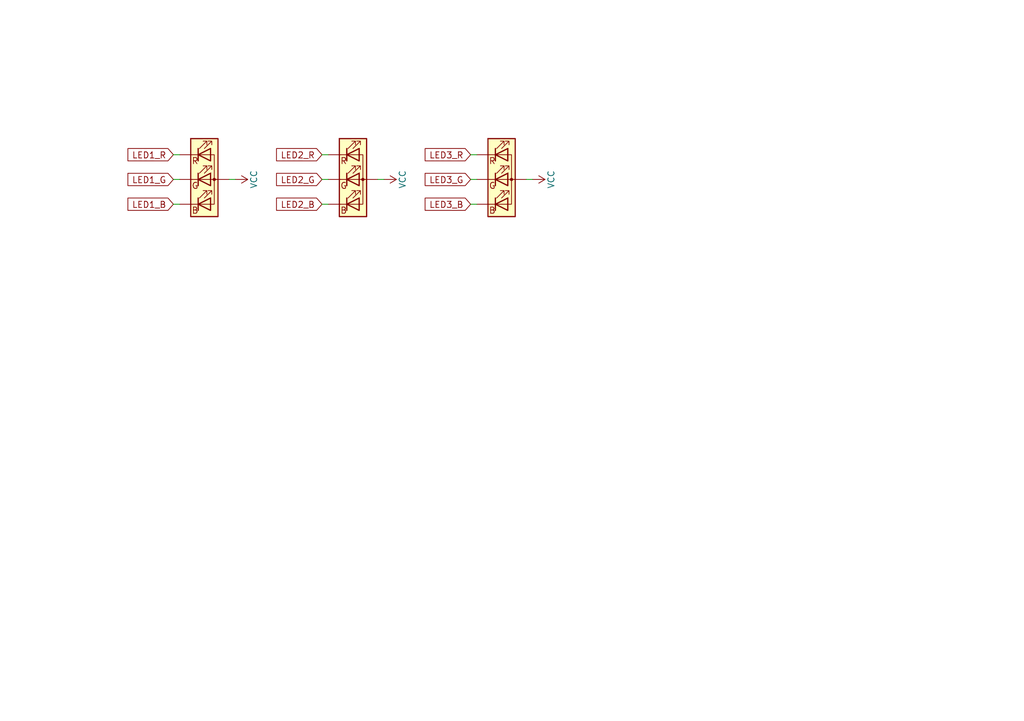
<source format=kicad_sch>
(kicad_sch (version 20211123) (generator eeschema)
  (paper "A5")
  (lib_symbols
    (symbol "Device:LED_RGBA" (pin_numbers hide) (pin_names (offset 0) hide)
      (property "Reference" "D" (at 0 9.398 0))
      (property "Value" "LED_RGBA" (at 0 -8.89 0))
      (symbol "LED_RGBA_0_0"
        (text "B" (at -1.905 -6.35 0) (effects (font (size 1.27 1.27))))
        (text "G" (at -1.905 -1.27 0) (effects (font (size 1.27 1.27))))
        (text "R" (at -1.905 3.81 0) (effects (font (size 1.27 1.27))))
      )
      (symbol "LED_RGBA_0_1"
        (polyline (pts (xy -1.27 -5.08) (xy -2.54 -5.08)))
        (polyline (pts (xy -1.27 -5.08) (xy 1.27 -5.08)))
        (polyline (pts (xy -1.27 -3.81) (xy -1.27 -6.35)) (stroke (width 0.254)))
        (polyline (pts (xy -1.27 0) (xy -2.54 0)))
        (polyline (pts (xy -1.27 1.27) (xy -1.27 -1.27)) (stroke (width 0.254)))
        (polyline (pts (xy -1.27 5.08) (xy -2.54 5.08)))
        (polyline (pts (xy -1.27 5.08) (xy 1.27 5.08)))
        (polyline (pts (xy -1.27 6.35) (xy -1.27 3.81)) (stroke (width 0.254)))
        (polyline (pts (xy 1.27 0) (xy -1.27 0)))
        (polyline (pts (xy 1.27 0) (xy 2.54 0)))
        (polyline (pts (xy -1.27 1.27) (xy -1.27 -1.27) (xy -1.27 -1.27)))
        (polyline (pts (xy -1.27 6.35) (xy -1.27 3.81) (xy -1.27 3.81)))
        (polyline (pts (xy 1.27 -5.08) (xy 2.032 -5.08) (xy 2.032 5.08) (xy 1.27 5.08)))
        (polyline (pts (xy 1.27 -3.81) (xy 1.27 -6.35) (xy -1.27 -5.08) (xy 1.27 -3.81)) (stroke (width 0.254)))
        (polyline (pts (xy 1.27 1.27) (xy 1.27 -1.27) (xy -1.27 0) (xy 1.27 1.27)) (stroke (width 0.254)))
        (polyline (pts (xy 1.27 6.35) (xy 1.27 3.81) (xy -1.27 5.08) (xy 1.27 6.35)) (stroke (width 0.254)))
        (polyline (pts (xy -1.016 -3.81) (xy 0.508 -2.286) (xy -0.254 -2.286) (xy 0.508 -2.286) (xy 0.508 -3.048)))
        (polyline (pts (xy -1.016 1.27) (xy 0.508 2.794) (xy -0.254 2.794) (xy 0.508 2.794) (xy 0.508 2.032)))
        (polyline (pts (xy -1.016 6.35) (xy 0.508 7.874) (xy -0.254 7.874) (xy 0.508 7.874) (xy 0.508 7.112)))
        (polyline (pts (xy 0 -3.81) (xy 1.524 -2.286) (xy 0.762 -2.286) (xy 1.524 -2.286) (xy 1.524 -3.048)))
        (polyline (pts (xy 0 1.27) (xy 1.524 2.794) (xy 0.762 2.794) (xy 1.524 2.794) (xy 1.524 2.032)))
        (polyline (pts (xy 0 6.35) (xy 1.524 7.874) (xy 0.762 7.874) (xy 1.524 7.874) (xy 1.524 7.112)))
        (rectangle (start 1.27 -1.27) (end 1.27 1.27))
        (rectangle (start 1.27 1.27) (end 1.27 1.27))
        (rectangle (start 1.27 3.81) (end 1.27 6.35))
        (rectangle (start 1.27 6.35) (end 1.27 6.35))
        (circle (center 2.032 0) (radius 0.254) (fill (type outline)))
        (rectangle (start 2.794 8.382) (end -2.794 -7.62) (stroke (width 0.254)) (fill (type background)))
      )
      (symbol "LED_RGBA_1_1"
        (pin passive line (at -5.08 5.08 0) (length 2.54) (name "RK") (number "1"))
        (pin passive line (at -5.08 0 0) (length 2.54) (name "GK") (number "2"))
        (pin passive line (at -5.08 -5.08 0) (length 2.54) (name "BK") (number "3"))
        (pin passive line (at 5.08 0 180) (length 2.54) (name "A") (number "4"))
      )
    )
    (symbol "power:VCC" (power) (pin_names (offset 0))
      (property "Value" "VCC" (at 0 3.81 0))
      (symbol "VCC_0_1"
        (polyline (pts (xy -0.762 1.27) (xy 0 2.54)))
        (polyline (pts (xy 0 0) (xy 0 2.54)))
        (polyline (pts (xy 0 2.54) (xy 0.762 1.27)))
      )
      (symbol "VCC_1_1"
        (pin power_in line (at 0 0 90) (length 0) hide (name "VCC") (number "1"))
      )
    )
  )
  (wire (pts (xy 35.56 31.75) (xy 36.83 31.75)))
  (wire (pts (xy 96.52 36.83) (xy 97.79 36.83)))
  (wire (pts (xy 35.56 36.83) (xy 36.83 36.83)))
  (wire (pts (xy 96.52 31.75) (xy 97.79 31.75)))
  (wire (pts (xy 66.04 36.83) (xy 67.31 36.83)))
  (wire (pts (xy 77.47 36.83) (xy 78.74 36.83)))
  (wire (pts (xy 66.04 41.91) (xy 67.31 41.91)))
  (wire (pts (xy 107.95 36.83) (xy 109.22 36.83)))
  (wire (pts (xy 96.52 41.91) (xy 97.79 41.91)))
  (wire (pts (xy 35.56 41.91) (xy 36.83 41.91)))
  (wire (pts (xy 66.04 31.75) (xy 67.31 31.75)))
  (wire (pts (xy 46.99 36.83) (xy 48.26 36.83)))
  (global_label "LED3_G" (shape input) (at 96.52 36.83 180) (property "Intersheet References" "${INTERSHEET_REFS}" (effects hide)))
  (global_label "LED3_B" (shape input) (at 96.52 41.91 180) (property "Intersheet References" "${INTERSHEET_REFS}" (effects hide)))
  (global_label "LED2_B" (shape input) (at 66.04 41.91 180) (property "Intersheet References" "${INTERSHEET_REFS}" (effects hide)))
  (global_label "LED1_G" (shape input) (at 35.56 36.83 180) (property "Intersheet References" "${INTERSHEET_REFS}" (effects hide)))
  (global_label "LED3_R" (shape input) (at 96.52 31.75 180) (property "Intersheet References" "${INTERSHEET_REFS}" (effects hide)))
  (global_label "LED2_G" (shape input) (at 66.04 36.83 180) (property "Intersheet References" "${INTERSHEET_REFS}" (effects hide)))
  (global_label "LED2_R" (shape input) (at 66.04 31.75 180) (property "Intersheet References" "${INTERSHEET_REFS}" (effects hide)))
  (global_label "LED1_B" (shape input) (at 35.56 41.91 180) (property "Intersheet References" "${INTERSHEET_REFS}" (effects hide)))
  (global_label "LED1_R" (shape input) (at 35.56 31.75 180) (property "Intersheet References" "${INTERSHEET_REFS}" (effects hide)))
  (symbol (lib_id "Device:LED_RGBA") (at 72.39 36.83 0) (unit 1)
    (property "Reference" "D?" (effects hide))
    (property "Value" "LED_RGBA" (effects hide))
  )
  (symbol (lib_id "power:VCC") (at 78.74 36.83 270) (unit 1)
    (property "Reference" "#PWR?" (effects hide))
    (property "Value" "VCC" (at 82.55 36.83 0))
  )
  (symbol (lib_id "Device:LED_RGBA") (at 102.87 36.83 0) (unit 1)
    (property "Reference" "D?" (effects hide))
    (property "Value" "LED_RGBA" (effects hide))
  )
  (symbol (lib_id "Device:LED_RGBA") (at 41.91 36.83 0) (unit 1)
    (property "Reference" "D?" (effects hide))
    (property "Value" "LED_RGBA" (effects hide))
  )
  (symbol (lib_id "power:VCC") (at 48.26 36.83 270) (unit 1)
    (property "Reference" "#PWR?" (effects hide))
    (property "Value" "VCC" (at 52.07 36.83 0))
  )
  (symbol (lib_id "power:VCC") (at 109.22 36.83 270) (unit 1)
    (property "Reference" "#PWR?" (effects hide))
    (property "Value" "VCC" (at 113.03 36.83 0))
  )
)
</source>
